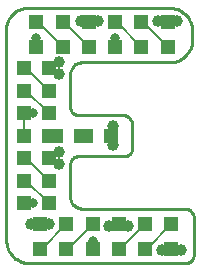
<source format=gtl>
G75*
%MOIN*%
%OFA0B0*%
%FSLAX24Y24*%
%IPPOS*%
%LPD*%
%AMOC8*
5,1,8,0,0,1.08239X$1,22.5*
%
%ADD10C,0.0100*%
%ADD11R,0.0472X0.0472*%
%ADD12C,0.0397*%
%ADD13C,0.0060*%
%ADD14C,0.0317*%
D10*
X003142Y002517D02*
X008354Y002517D01*
X008354Y002516D02*
X008386Y002518D01*
X008418Y002523D01*
X008449Y002532D01*
X008479Y002545D01*
X008507Y002560D01*
X008534Y002579D01*
X008558Y002600D01*
X008579Y002624D01*
X008598Y002651D01*
X008613Y002679D01*
X008626Y002709D01*
X008635Y002740D01*
X008640Y002772D01*
X008642Y002804D01*
X008642Y004042D01*
X008641Y004041D02*
X008636Y004074D01*
X008628Y004107D01*
X008616Y004138D01*
X008601Y004168D01*
X008583Y004196D01*
X008562Y004222D01*
X008539Y004246D01*
X008513Y004268D01*
X008485Y004286D01*
X008455Y004301D01*
X008424Y004314D01*
X008392Y004323D01*
X008359Y004328D01*
X008325Y004330D01*
X008292Y004328D01*
X008292Y004329D02*
X004954Y004329D01*
X004917Y004328D01*
X004879Y004330D01*
X004842Y004336D01*
X004806Y004345D01*
X004770Y004358D01*
X004736Y004374D01*
X004703Y004392D01*
X004673Y004414D01*
X004644Y004439D01*
X004618Y004466D01*
X004594Y004495D01*
X004574Y004526D01*
X004556Y004559D01*
X004541Y004594D01*
X004530Y004630D01*
X004522Y004666D01*
X004517Y004704D01*
X004517Y005829D01*
X004522Y005861D01*
X004531Y005891D01*
X004543Y005920D01*
X004558Y005948D01*
X004576Y005974D01*
X004598Y005998D01*
X004621Y006019D01*
X004647Y006037D01*
X004675Y006053D01*
X004704Y006065D01*
X004735Y006074D01*
X004766Y006079D01*
X004798Y006081D01*
X004829Y006079D01*
X006292Y006079D01*
X006292Y006080D02*
X006323Y006078D01*
X006354Y006080D01*
X006385Y006085D01*
X006414Y006095D01*
X006443Y006107D01*
X006469Y006124D01*
X006494Y006143D01*
X006516Y006165D01*
X006535Y006189D01*
X006551Y006216D01*
X006564Y006244D01*
X006573Y006274D01*
X006579Y006305D01*
X006579Y006304D02*
X006579Y007103D01*
X006578Y007103D02*
X006580Y007136D01*
X006578Y007170D01*
X006572Y007203D01*
X006564Y007235D01*
X006551Y007267D01*
X006536Y007297D01*
X006517Y007325D01*
X006496Y007351D01*
X006472Y007374D01*
X006446Y007395D01*
X006417Y007413D01*
X006387Y007428D01*
X006356Y007440D01*
X006323Y007448D01*
X006290Y007453D01*
X006291Y007454D02*
X004756Y007454D01*
X004756Y007455D02*
X004726Y007460D01*
X004696Y007469D01*
X004668Y007480D01*
X004642Y007495D01*
X004617Y007513D01*
X004594Y007533D01*
X004574Y007556D01*
X004556Y007581D01*
X004542Y007608D01*
X004530Y007636D01*
X004522Y007665D01*
X004517Y007695D01*
X004515Y007726D01*
X004517Y007756D01*
X004517Y008804D01*
X004519Y008843D01*
X004525Y008882D01*
X004534Y008920D01*
X004547Y008957D01*
X004564Y008993D01*
X004584Y009026D01*
X004608Y009058D01*
X004634Y009087D01*
X004663Y009113D01*
X004695Y009137D01*
X004728Y009157D01*
X004764Y009174D01*
X004801Y009187D01*
X004839Y009196D01*
X004878Y009202D01*
X004917Y009204D01*
X007915Y009204D01*
X007969Y009212D01*
X008022Y009225D01*
X008074Y009241D01*
X008125Y009261D01*
X008174Y009284D01*
X008221Y009311D01*
X008267Y009341D01*
X008310Y009375D01*
X008350Y009411D01*
X008388Y009450D01*
X008423Y009492D01*
X008455Y009536D01*
X008484Y009583D01*
X008510Y009631D01*
X008531Y009681D01*
X008550Y009732D01*
X008564Y009785D01*
X008575Y009838D01*
X008582Y009892D01*
X008585Y009947D01*
X008584Y010001D01*
X008579Y010056D01*
X008579Y010216D01*
X008582Y010268D01*
X008581Y010321D01*
X008576Y010374D01*
X008567Y010426D01*
X008555Y010477D01*
X008539Y010528D01*
X008519Y010577D01*
X008496Y010625D01*
X008470Y010670D01*
X008440Y010714D01*
X008407Y010756D01*
X008372Y010795D01*
X008334Y010832D01*
X008293Y010865D01*
X008250Y010896D01*
X008205Y010924D01*
X008158Y010948D01*
X008109Y010969D01*
X008059Y010986D01*
X008008Y011000D01*
X007956Y011010D01*
X007903Y011016D01*
X007903Y011017D02*
X003017Y011017D01*
X003017Y011016D02*
X002965Y011010D01*
X002915Y010999D01*
X002865Y010985D01*
X002817Y010967D01*
X002770Y010946D01*
X002725Y010921D01*
X002681Y010893D01*
X002640Y010862D01*
X002602Y010827D01*
X002566Y010790D01*
X002533Y010751D01*
X002503Y010709D01*
X002476Y010664D01*
X002453Y010618D01*
X002433Y010571D01*
X002417Y010522D01*
X002404Y010472D01*
X002395Y010421D01*
X002390Y010370D01*
X002389Y010318D01*
X002392Y010267D01*
X002392Y003267D01*
X002394Y003213D01*
X002400Y003160D01*
X002409Y003108D01*
X002422Y003056D01*
X002439Y003005D01*
X002460Y002955D01*
X002484Y002908D01*
X002511Y002862D01*
X002542Y002818D01*
X002575Y002776D01*
X002612Y002737D01*
X002651Y002700D01*
X002693Y002667D01*
X002737Y002636D01*
X002783Y002609D01*
X002830Y002585D01*
X002880Y002564D01*
X002931Y002547D01*
X002983Y002534D01*
X003035Y002525D01*
X003088Y002519D01*
X003142Y002517D01*
D11*
X003517Y002978D03*
X003517Y003805D03*
X003805Y004517D03*
X003805Y005267D03*
X003805Y006017D03*
X003805Y006767D03*
X004041Y006767D03*
X003805Y007517D03*
X003805Y008267D03*
X003805Y009017D03*
X003392Y009728D03*
X002978Y009017D03*
X002978Y008267D03*
X002978Y007517D03*
X002978Y006767D03*
X002978Y006017D03*
X002978Y005267D03*
X002978Y004517D03*
X004392Y003805D03*
X004392Y002978D03*
X005267Y002978D03*
X005267Y003805D03*
X006142Y003805D03*
X006142Y002978D03*
X007017Y002978D03*
X007017Y003805D03*
X007892Y003805D03*
X007892Y002978D03*
X005868Y006767D03*
X005041Y006767D03*
X004868Y006767D03*
X005142Y009728D03*
X005142Y010555D03*
X004267Y010555D03*
X004267Y009728D03*
X003392Y010555D03*
X006017Y010555D03*
X006017Y009728D03*
X006892Y009728D03*
X006892Y010555D03*
X007767Y010555D03*
X007767Y009728D03*
D12*
X008079Y010579D03*
X007454Y010579D03*
X005454Y010579D03*
X004892Y010579D03*
X004142Y009204D03*
X004142Y008829D03*
X005954Y007079D03*
X005954Y006454D03*
X004142Y006204D03*
X004142Y005829D03*
X003829Y003829D03*
X003204Y003829D03*
X005829Y003767D03*
X006454Y003767D03*
X007579Y002954D03*
X008204Y002954D03*
D13*
X007916Y002954D01*
X007892Y002978D01*
X007868Y002954D01*
X007579Y002954D01*
X007065Y002978D02*
X007892Y003805D01*
X007017Y003805D02*
X006190Y002978D01*
X006142Y002978D01*
X006180Y003767D02*
X006142Y003805D01*
X006103Y003767D01*
X005829Y003767D01*
X006180Y003767D02*
X006454Y003767D01*
X007017Y002978D02*
X007065Y002978D01*
X005267Y002978D02*
X005267Y003267D01*
X005267Y003805D02*
X004440Y002978D01*
X004392Y002978D01*
X003565Y002978D02*
X004392Y003805D01*
X003829Y003829D02*
X003541Y003829D01*
X003517Y003805D01*
X003493Y003829D01*
X003204Y003829D01*
X003267Y004517D02*
X002978Y004517D01*
X002978Y005267D02*
X003055Y005267D01*
X003805Y004517D01*
X003805Y005267D02*
X003055Y006017D01*
X002978Y006017D01*
X002978Y006767D02*
X002978Y007517D01*
X003267Y007517D01*
X003805Y007517D02*
X003055Y008267D01*
X002978Y008267D01*
X002978Y009017D02*
X003055Y009017D01*
X003805Y008267D01*
X003993Y008829D02*
X003805Y009017D01*
X003993Y008829D02*
X004142Y008829D01*
X004142Y009204D01*
X004267Y009728D02*
X003440Y010555D01*
X003392Y010555D01*
X003392Y010017D02*
X003392Y009728D01*
X004267Y010555D02*
X004315Y010555D01*
X005142Y009728D01*
X005142Y010555D02*
X005166Y010579D01*
X005454Y010579D01*
X005142Y010555D02*
X005118Y010579D01*
X004892Y010579D01*
X006017Y010555D02*
X006065Y010555D01*
X006892Y009728D01*
X006892Y010555D02*
X006940Y010555D01*
X007767Y009728D01*
X007767Y010555D02*
X007791Y010579D01*
X008079Y010579D01*
X007767Y010555D02*
X007743Y010579D01*
X007454Y010579D01*
X006017Y010017D02*
X006017Y009728D01*
X005954Y007079D02*
X005954Y006454D01*
X005868Y006767D02*
X005954Y006853D01*
X005954Y007079D01*
X005041Y006767D02*
X004868Y006767D01*
X004142Y006204D02*
X004142Y005829D01*
X003993Y005829D01*
X003805Y006017D01*
X003805Y006767D02*
X004041Y006767D01*
X003565Y002978D02*
X003517Y002978D01*
D14*
X003267Y004517D03*
X005267Y003267D03*
X003267Y007517D03*
X003392Y010017D03*
X006017Y010017D03*
M02*

</source>
